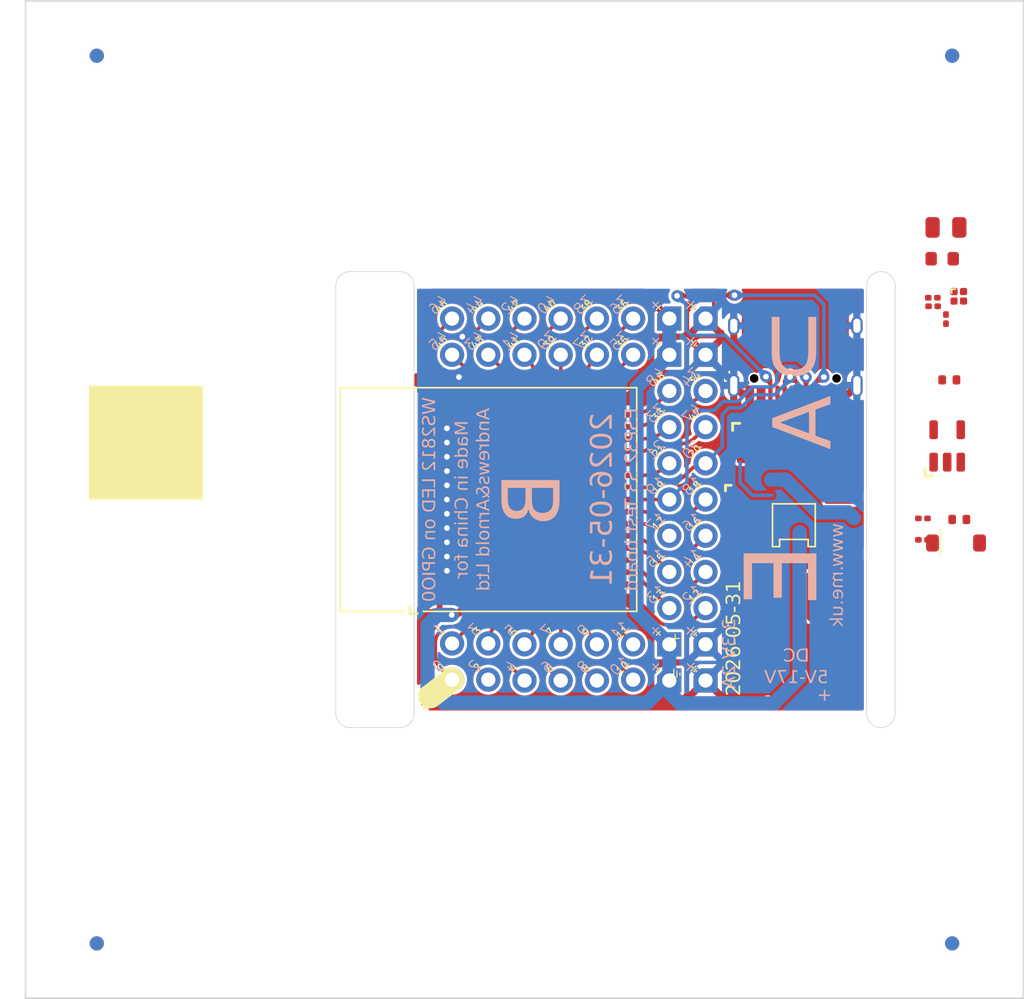
<source format=kicad_pcb>
(kicad_pcb (version 20241229) (generator "pcbnew") (generator_version "9.0")
  (title_block (title "GenericS3") (rev "1") (comment 1 "www.me.uk") (comment 2 "@TheRealRevK"))
  (layers (0 "F.Cu" signal) (2 "B.Cu" signal) (13 "F.Paste" user) (15 "B.Paste" user) (5 "F.SilkS" user "F.Silkscreen") (7 "B.SilkS" user "B.Silkscreen") (1 "F.Mask" user) (3 "B.Mask" user) (25 "Edge.Cuts" user))
  (net 0 "")
  (net 1 "Net-(J1-CC1)")
  (net 2 "GND")
  (net 4 "Net-(J1-CC2)")
  (net 5 "D-")
  (net 6 "D+")
  (net 7 "Net-(P36-P)")
  (net 8 "Net-(P37-P)")
  (net 10 "+3.3V")
  (net 11 "Net-(P5-P)")
  (net 12 "Net-(P6-P)")
  (net 13 "Net-(P7-P)")
  (net 14 "Net-(P8-P)")
  (net 15 "Net-(P9-P)")
  (net 16 "Net-(P10-P)")
  (net 17 "Net-(P11-P)")
  (net 18 "Net-(P12-P)")
  (net 19 "Net-(P13-P)")
  (net 20 "Net-(P14-P)")
  (net 21 "Net-(P15-P)")
  (net 22 "Net-(P17-P)")
  (net 23 "Net-(P18-P)")
  (net 24 "Net-(P21-P)")
  (net 25 "Net-(P1-P)")
  (net 26 "Net-(P2-P)")
  (net 27 "Net-(P34-P)")
  (net 28 "Net-(P35-P)")
  (net 29 "Net-(U1-EN)")
  (net 30 "Net-(P3-P)")
  (net 31 "VBAT")
  (net 32 "VSWITCHED")
  (net 33 "Net-(D1-I)")
  (net 35 "VBUS")
  (net 36 "PWR")
  (net 37 "ADC")
  (net 38 "BTN")
  (net 39 "CHARGING")
  (net 40 "Net-(P4-P)")
  (net 41 "Net-(P19-P)")
  (net 42 "Net-(R4-Pad2)")
  (net 43 "Net-(U2-PROG)")
  (net 47 "Net-(D2-K)")
  (net 48 "Net-(D4-K)")
  (net 49 "Net-(P20-P)")
  (net 50 "Net-(P22-P)")
  (net 51 "Net-(P23-P)")
  (net 52 "Net-(P24-P)")
  (net 53 "Net-(P26-P)")
  (net 54 "Net-(P27-P)")
  (net 55 "Net-(P28-P)")
  (net 56 "Net-(P29-P)")
  (footprint "RevK:USB-C-Socket-H" (layer "F.Cu") (at 119 91 180)
    (property "Reference" "J1" (hide yes))
    (property "Value" "USB-C-Socket-V")
  )
  (footprint "RevK:Round" (layer "F.Cu") (at 110.16 92.38)
    (property "Reference" "P14" (hide yes))
    (property "Value" "48" (hide yes))
  )
  (footprint "RevK:Round" (layer "F.Cu") (at 105.08 110.16)
    (property "Reference" "P24" (hide yes))
    (property "Value" "9" (hide yes))
  )
  (footprint "RevK:Square" (layer "F.Cu") (at 112.7 112.7)
    (property "Reference" "P40" (hide yes))
    (property "Value" "⏚" (hide yes))
  )
  (footprint "RevK:Round" (layer "F.Cu") (at 94.92 110.1)
    (property "Reference" "P30" (hide yes))
    (property "Value" "1" (hide yes))
  )
  (footprint "RevK:Round" (layer "F.Cu") (at 110.16 107.62)
    (property "Reference" "P29" (hide yes))
    (property "Value" "13" (hide yes))
  )
  (footprint "RevK:R_0201" (layer "F.Cu") (at 128.665 86.435)
    (property "Reference" "R6" (hide yes))
    (property "Value" "100K 1%")
  )
  (footprint "RevK:Round" (layer "F.Cu") (at 102.54 110.16)
    (property "Reference" "P22" (hide yes))
    (property "Value" "7" (hide yes))
  )
  (footprint "RevK:DFN1006-2L" (layer "F.Cu") (at 130.5 101.4)
    (property "Reference" "D3" (hide yes))
    (property "Value" "~")
  )
  (footprint "RevK:C_0603" (layer "F.Cu") (at 93.4 91.6 180)
    (property "Reference" "C3" (hide yes))
    (property "Value" "22uF")
  )
  (footprint "RevK:SOT-23" (layer "F.Cu") (at 119.8 96.2 180)
    (property "Reference" "Q1" (hide yes))
    (property "Value" "CJ2301")
  )
  (footprint "RevK:Round" (layer "F.Cu") (at 105.08 89.84)
    (property "Reference" "P5" (hide yes))
    (property "Value" "37" (hide yes))
  )
  (footprint "RevK:Round" (layer "F.Cu") (at 112.7 97.46)
    (property "Reference" "P25" (hide yes))
    (property "Value" "20" (hide yes))
  )
  (footprint "RevK:Round" (layer "F.Cu") (at 107.62 87.3)
    (property "Reference" "P4" (hide yes))
    (property "Value" "36" (hide yes))
  )
  (footprint "RevK:Square" (layer "F.Cu") (at 110.16 87.3)
    (property "Reference" "P43" (hide yes))
    (property "Value" "+" (hide yes))
  )
  (footprint "RevK:D_SOD-123" (layer "F.Cu") (at 130.27 103.05)
    (property "Reference" "D4" (hide yes))
    (property "Value" "MBR0530")
  )
  (footprint "RevK:Round" (layer "F.Cu") (at 107.62 110.16)
    (property "Reference" "P27" (hide yes))
    (property "Value" "11" (hide yes))
  )
  (footprint "RevK:Round" (layer "F.Cu") (at 107.62 112.64)
    (property "Reference" "P26" (hide yes))
    (property "Value" "10" (hide yes))
  )
  (footprint "RevK:Round" (layer "F.Cu") (at 102.54 87.3)
    (property "Reference" "P8" (hide yes))
    (property "Value" "40" (hide yes))
  )
  (footprint "RevK:JST_PH_S2B-PH-SM4-TB_1x02-1MP_P2.00mm_Horizontal" (layer "F.Cu") (at 119.3 109.6375)
    (property "Reference" "J2" (hide yes))
    (property "Value" "JST-PH-SM4-TB")
  )
  (footprint "RevK:Square" (layer "F.Cu") (at 110.16 89.84)
    (property "Reference" "P44" (hide yes))
    (property "Value" "+" (hide yes))
  )
  (footprint "RevK:Round" (layer "F.Cu") (at 105.08 112.7)
    (property "Reference" "P23" (hide yes))
    (property "Value" "8" (hide yes))
  )
  (footprint "RevK:Round" (layer "F.Cu") (at 97.46 87.3)
    (property "Reference" "P37" (hide yes))
    (property "Value" "44" (hide yes))
  )
  (footprint "RevK:Square" (layer "F.Cu") (at 110.16 110.16)
    (property "Reference" "P45" (hide yes))
    (property "Value" "+" (hide yes))
  )
  (footprint "RevK:Round" (layer "F.Cu") (at 100 112.7)
    (property "Reference" "P33" (hide yes))
    (property "Value" "4" (hide yes))
  )
  (footprint "RevK:Round" (layer "F.Cu") (at 102.54 112.7)
    (property "Reference" "P21" (hide yes))
    (property "Value" "6" (hide yes))
  )
  (footprint "RevK:Round" (layer "F.Cu") (at 100 87.3)
    (property "Reference" "P10" (hide yes))
    (property "Value" "42" (hide yes))
  )
  (footprint "RevK:R_0201" (layer "F.Cu") (at 127.95 102.825)
    (property "Reference" "R7" (hide yes))
    (property "Value" "5K1")
  )
  (footprint "RevK:Round" (layer "F.Cu") (at 110.16 100)
    (property "Reference" "P16" (hide yes))
    (property "Value" "19" (hide yes))
  )
  (footprint "RevK:Round" (layer "F.Cu") (at 97.46 112.64)
    (property "Reference" "P31" (hide yes))
    (property "Value" "2" (hide yes))
  )
  (footprint "RevK:Square" (layer "F.Cu") (at 110.16 112.7)
    (property "Reference" "P46" (hide yes))
    (property "Value" "+" (hide yes))
  )
  (footprint "RevK:Round" (layer "F.Cu") (at 110.16 105.08)
    (property "Reference" "P18" (hide yes))
    (property "Value" "15" (hide yes))
  )
  (footprint "RevK:ESP32-S3-MINI-1" (layer "F.Cu") (at 100 100 90)
    (property "Reference" "U1" (hide yes))
    (property "Value" "ESP32-S3-MINI-1" (hide yes))
  )
  (footprint "RevK:C_0805" (layer "F.Cu") (at 129.565 80.9)
    (property "Reference" "C4" (hide yes))
    (property "Value" "100uF")
  )
  (footprint "RevK:Round" (layer "F.Cu") (at 102.54 89.84)
    (property "Reference" "P7" (hide yes))
    (property "Value" "39" (hide yes))
  )
  (footprint "RevK:R_0201" (layer "F.Cu") (at 113.6 85.7 180)
    (property "Reference" "R2" (hide yes))
    (property "Value" "5k1")
  )
  (footprint "RevK:Round" (layer "F.Cu") (at 100 110.16)
    (property "Reference" "P34" (hide yes))
    (property "Value" "5" (hide yes))
  )
  (footprint "RevK:Round" (layer "F.Cu") (at 110.16 102.54)
    (property "Reference" "P20" (hide yes))
    (property "Value" "17" (hide yes))
  )
  (footprint "RevK:Round" (layer "F.Cu") (at 94.92 112.64)
    (property "Reference" "P38" (hide yes))
    (property "Value" "0" (hide yes))
  )
  (footprint "RevK:R_0201" (layer "F.Cu") (at 129.565 87.335 -90)
    (property "Reference" "R8" (hide yes))
    (property "Value" "10K")
  )
  (footprint "RevK:C_0201" (layer "F.Cu") (at 93.36 108.4 180)
    (property "Reference" "C1" (hide yes))
    (property "Value" "1uF")
  )
  (footprint "RevK:WCSP-4-0.78x0.78" (layer "F.Cu") (at 130.465 85.735 180)
    (property "Reference" "U3" (hide yes))
    (property "Value" "~")
  )
  (footprint "RevK:Round" (layer "F.Cu") (at 97.46 110.1)
    (property "Reference" "P32" (hide yes))
    (property "Value" "3" (hide yes))
  )
  (footprint "RevK:Round" (layer "F.Cu") (at 112.7 94.92)
    (property "Reference" "P13" (hide yes))
    (property "Value" "47" (hide yes))
  )
  (footprint "RevK:PCB7070" (layer "F.Cu") (at 100 100)
    (property "Reference" "PCB1" (hide yes))
    (property "Value" "70x70")
    (fp_line (start -35 -35) (end 35 -35) (stroke (width 0.12)) (layer "Edge.Cuts"))
    (fp_line (start -35 35) (end -35 -35) (stroke (width 0.12)) (layer "Edge.Cuts"))
    (fp_line (start 35 -35) (end 35 35) (stroke (width 0.12)) (layer "Edge.Cuts"))
    (fp_line (start 35 35) (end -35 35) (stroke (width 0.12)) (layer "Edge.Cuts"))
  )
  (footprint "RevK:Round" (layer "F.Cu") (at 105.08 87.3)
    (property "Reference" "P6" (hide yes))
    (property "Value" "38" (hide yes))
  )
  (footprint "RevK:Round" (layer "F.Cu") (at 107.62 89.84)
    (property "Reference" "P3" (hide yes))
    (property "Value" "35" (hide yes))
  )
  (footprint "RevK:Round" (layer "F.Cu") (at 100 89.84)
    (property "Reference" "P9" (hide yes))
    (property "Value" "41" (hide yes))
  )
  (footprint "RevK:Round" (layer "F.Cu") (at 112.7 102.54)
    (property "Reference" "P19" (hide yes))
    (property "Value" "16" (hide yes))
  )
  (footprint "RevK:Round" (layer "F.Cu") (at 94.92 87.3)
    (property "Reference" "P12" (hide yes))
    (property "Value" "46" (hide yes))
  )
  (footprint "RevK:C_0603" (layer "F.Cu") (at 129.3025 83.1)
    (property "Reference" "C2" (hide yes))
    (property "Value" "22uF")
  )
  (footprint "RevK:R_0201" (layer "F.Cu") (at 127.95 101.325)
    (property "Reference" "R4" (hide yes))
    (property "Value" "100K 1%")
  )
  (footprint "RevK:Round" (layer "F.Cu") (at 94.92 89.84)
    (property "Reference" "P11" (hide yes))
    (property "Value" "45" (hide yes))
  )
  (footprint "RevK:D_0402" (layer "F.Cu") (at 129.8 91.6)
    (property "Reference" "D2" (hide yes))
    (property "Value" "D")
  )
  (footprint "RevK:Round" (layer "F.Cu") (at 110.16 97.46)
    (property "Reference" "P35" (hide yes))
    (property "Value" "21" (hide yes))
  )
  (footprint "RevK:Square" (layer "F.Cu") (at 112.7 89.84)
    (property "Reference" "P42" (hide yes))
    (property "Value" "⏚" (hide yes))
  )
  (footprint "RevK:Round" (layer "F.Cu") (at 112.7 105.08)
    (property "Reference" "P17" (hide yes))
    (property "Value" "14" (hide yes))
  )
  (footprint "RevK:Round" (layer "F.Cu") (at 112.7 107.62)
    (property "Reference" "P28" (hide yes))
    (property "Value" "12" (hide yes))
  )
  (footprint "RevK:SW_Push_DPDT" (layer "F.Cu") (at 118.8975 101.8)
    (property "Reference" "SW1" (hide yes))
    (property "Value" "SW_Push_DPDT")
  )
  (footprint "RevK:R_0201" (layer "F.Cu") (at 92.9 90.14 -90)
    (property "Reference" "R1" (hide yes))
    (property "Value" "10K")
  )
  (footprint "RevK:R_0201" (layer "F.Cu") (at 128.645 85.835)
    (property "Reference" "R5" (hide yes))
    (property "Value" "100K 1%")
  )
  (footprint "RevK:Round" (layer "F.Cu") (at 112.7 100)
    (property "Reference" "P15" (hide yes))
    (property "Value" "18" (hide yes))
  )
  (footprint "RevK:SOT-23-5" (layer "F.Cu") (at 129.65 96.2375 90)
    (property "Reference" "U2" (hide yes))
    (property "Value" "TP4054")
  )
  (footprint "RevK:Square" (layer "F.Cu") (at 112.7 110.16)
    (property "Reference" "P39" (hide yes))
    (property "Value" "⏚" (hide yes))
  )
  (footprint "RevK:Round" (layer "F.Cu") (at 97.46 89.84)
    (property "Reference" "P36" (hide yes))
    (property "Value" "43" (hide yes))
  )
  (footprint "RevK:R_0201" (layer "F.Cu") (at 111.8 85.7)
    (property "Reference" "R3" (hide yes))
    (property "Value" "5k1")
  )
  (footprint "RevK:Square" (layer "F.Cu") (at 112.7 87.3)
    (property "Reference" "P41" (hide yes))
    (property "Value" "⏚" (hide yes))
  )
  (footprint "RevK:Round" (layer "F.Cu") (at 112.7 92.38)
    (property "Reference" "P2" (hide yes))
    (property "Value" "34" (hide yes))
  )
  (footprint "RevK:SOT-23-5" (layer "F.Cu") (at 116.7 96.2)
    (property "Reference" "U4" (hide yes))
    (property "Value" "ME6211C33M5G-N")
  )
  (footprint "RevK:Round" (layer "F.Cu") (at 110.16 94.92)
    (property "Reference" "P1" (hide yes))
    (property "Value" "33" (hide yes))
  )
  (footprint "RevK:SMD1010-Side2" (layer "F.Cu") (at 93.4 113.8 90)
    (property "Reference" "D1" (hide yes))
    (property "Value" "XL-1010RGBC-WS2812B" (hide yes))
  )
  (footprint "RevK:VCUT70" (layer "B.Cu") (at 100 115)
    (property "Reference" "V2" (hide yes))
    (property "Value" "70" (hide yes))
  )
  (footprint "RevK:VCUT70" (layer "B.Cu") (at 100 85 180)
    (property "Reference" "V1" (hide yes))
    (property "Value" "70" (hide yes))
  )
  (gr_rect (start 69.44 92) (end 77.44 100) (fill yes) (layer "F.SilkS"))
  (gr_line (start 94.920309 112.640951) (end 93.4 113.8) (stroke (width 1.7)) (layer "F.SilkS"))
  (gr_line (start 126 115) (end 126 85) (stroke (width 0.05)) (layer "Edge.Cuts"))
  (gr_arc (start 87.76 116) (mid 87.052893 115.707107) (end 86.76 115) (stroke (width 0.05)) (layer "Edge.Cuts"))
  (gr_arc (start 86.76 85) (mid 87.052893 84.292893) (end 87.76 84) (stroke (width 0.05)) (layer "Edge.Cuts"))
  (gr_arc (start 124 85) (mid 125 84) (end 126 85) (stroke (width 0.05)) (layer "Edge.Cuts"))
  (gr_line (start 86.76 115) (end 86.76 85) (stroke (width 0.05)) (layer "Edge.Cuts"))
  (gr_arc (start 126 115) (mid 125 116) (end 124 115) (stroke (width 0.05)) (layer "Edge.Cuts"))
  (gr_line (start 124 115) (end 124 85) (stroke (width 0.05)) (layer "Edge.Cuts"))
  (gr_arc (start 92.26 115) (mid 91.967107 115.707107) (end 91.26 116) (stroke (width 0.05)) (layer "Edge.Cuts"))
  (gr_line (start 92.26 115) (end 92.26 85) (stroke (width 0.05)) (layer "Edge.Cuts"))
  (gr_line (start 87.76 84) (end 91.26 84) (stroke (width 0.05)) (layer "Edge.Cuts"))
  (gr_arc (start 91.26 84) (mid 91.967107 84.292893) (end 92.26 85) (stroke (width 0.05)) (layer "Edge.Cuts"))
  (gr_line (start 91.26 116) (end 87.76 116) (stroke (width 0.05)) (layer "Edge.Cuts"))
  (gr_text "⏚" (at 110.56 112.25 90) (layer "F.SilkS") (effects (font (size 0.75 0.75) (thickness 0.08))))
  (gr_text "${CURRENT_DATE}" (at 115.3 113.8 90) (layer "F.SilkS") (effects (font (size 1 1)) (justify left bottom)))
  (gr_text "+" (at 110.51 109.75 90) (layer "F.SilkS") (effects (font (size 0.75 0.75) (thickness 0.08))))
  (gr_text "2" (at 96.5 111.68 45) (layer "B.SilkS") (effects (font (size 0.75 0.75) (thickness 0.08)) (justify mirror)))
  (gr_text "DC\n5V-17V" (at 119.06 111.75 0) (layer "B.SilkS") (effects (font (size 0.9 0.9)) (justify mirror)))
  (gr_text "Made in China for\nAndrews&Arnold Ltd" (at 96.4 100 90) (layer "B.SilkS") (effects (font (size 0.9 0.9)) (justify mirror)))
  (gr_text "14" (at 111.74 104.12 45) (layer "B.SilkS") (effects (font (size 0.75 0.75) (thickness 0.08)) (justify mirror)))
  (gr_text "+" (at 109.16 111.7 45) (layer "B.SilkS") (effects (font (size 0.75 0.75) (thickness 0.08)) (justify mirror)))
  (gr_text "WS2812 LED on GPIO0" (at 93.36 100 90) (layer "B.SilkS") (effects (font (size 0.9 0.9)) (justify mirror)))
  (gr_text "33" (at 109.2 93.96 45) (layer "B.SilkS") (effects (font (size 0.75 0.75) (thickness 0.08)) (justify mirror)))
  (gr_text "6" (at 101.58 111.74 45) (layer "B.SilkS") (effects (font (size 0.75 0.75) (thickness 0.08)) (justify mirror)))
  (gr_text "+" (at 109.16 86.3 45) (layer "B.SilkS") (effects (font (size 0.75 0.75) (thickness 0.08)) (justify mirror)))
  (gr_text "9" (at 104.12 109.2 45) (layer "B.SilkS") (effects (font (size 0.75 0.75) (thickness 0.08)) (justify mirror)))
  (gr_text "35" (at 106.66 88.88 45) (layer "B.SilkS") (effects (font (size 0.75 0.75) (thickness 0.08)) (justify mirror)))
  (gr_text "16" (at 111.74 101.58 45) (layer "B.SilkS") (effects (font (size 0.75 0.75) (thickness 0.08)) (justify mirror)))
  (gr_text "10" (at 106.66 111.68 45) (layer "B.SilkS") (effects (font (size 0.75 0.75) (thickness 0.08)) (justify mirror)))
  (gr_text "⏚" (at 111.7 109.26 45) (layer "B.SilkS") (effects (font (size 0.75 0.75) (thickness 0.08)) (justify mirror)))
  (gr_text "42" (at 99.04 86.34 45) (layer "B.SilkS") (effects (font (size 0.75 0.75) (thickness 0.08)) (justify mirror)))
  (gr_text "+" (at 121.05 113.75 0) (layer "B.SilkS") (effects (font (size 0.9 0.9)) (justify mirror)))
  (gr_text "40" (at 101.58 86.34 45) (layer "B.SilkS") (effects (font (size 0.75 0.75) (thickness 0.08)) (justify mirror)))
  (gr_text "45" (at 93.96 88.88 45) (layer "B.SilkS") (effects (font (size 0.75 0.75) (thickness 0.08)) (justify mirror)))
  (gr_text "-" (at 117.05 113.75 0) (layer "B.SilkS") (effects (font (size 0.9 0.9)) (justify mirror)))
  (gr_text "www.me.uk" (at 121.96 105.3 90) (layer "B.SilkS") (effects (font (size 0.9 0.9)) (justify mirror)))
  (gr_text "15" (at 109.2 104.12 45) (layer "B.SilkS") (effects (font (size 0.75 0.75) (thickness 0.08)) (justify mirror)))
  (gr_text "13" (at 109.2 106.66 45) (layer "B.SilkS") (effects (font (size 0.75 0.75) (thickness 0.08)) (justify mirror)))
  (gr_text "39" (at 101.58 88.88 45) (layer "B.SilkS") (effects (font (size 0.75 0.75) (thickness 0.08)) (justify mirror)))
  (gr_text "7" (at 101.58 109.2 45) (layer "B.SilkS") (effects (font (size 0.75 0.75) (thickness 0.08)) (justify mirror)))
  (gr_text "B" (at 100.8 100 90) (layer "B.SilkS") (effects (font (size 4 4)) (justify mirror)))
  (gr_text "A" (at 119.8 94.6 90) (layer "B.SilkS") (effects (font (size 4 4)) (justify mirror)))
  (gr_text "3" (at 96.5 109.14 45) (layer "B.SilkS") (effects (font (size 0.75 0.75) (thickness 0.08)) (justify mirror)))
  (gr_text "ESP32 S3 Test board" (at 107.56 100 90) (layer "B.SilkS") (effects (font (size 0.9 0.9)) (justify mirror)))
  (gr_text "20" (at 111.74 96.5 45) (layer "B.SilkS") (effects (font (size 0.75 0.75) (thickness 0.08)) (justify mirror)))
  (gr_text "38" (at 104.12 86.34 45) (layer "B.SilkS") (effects (font (size 0.75 0.75) (thickness 0.08)) (justify mirror)))
  (gr_text "41" (at 99.04 88.88 45) (layer "B.SilkS") (effects (font (size 0.75 0.75) (thickness 0.08)) (justify mirror)))
  (gr_text "19" (at 109.2 99.04 45) (layer "B.SilkS") (effects (font (size 0.75 0.75) (thickness 0.08)) (justify mirror)))
  (gr_text "11" (at 106.66 109.2 45) (layer "B.SilkS") (effects (font (size 0.75 0.75) (thickness 0.08)) (justify mirror)))
  (gr_text "43" (at 96.5 88.88 45) (layer "B.SilkS") (effects (font (size 0.75 0.75) (thickness 0.08)) (justify mirror)))
  (gr_text "8" (at 104.12 111.74 45) (layer "B.SilkS") (effects (font (size 0.75 0.75) (thickness 0.08)) (justify mirror)))
  (gr_text "0" (at 93.96 111.68 45) (layer "B.SilkS") (effects (font (size 0.75 0.75) (thickness 0.08)) (justify mirror)))
  (gr_text "48" (at 109.2 91.42 45) (layer "B.SilkS") (effects (font (size 0.75 0.75) (thickness 0.08)) (justify mirror)))
  (gr_text "⏚" (at 111.7 86.4 45) (layer "B.SilkS") (effects (font (size 0.75 0.75) (thickness 0.08)) (justify mirror)))
  (gr_text "37" (at 104.12 88.88 45) (layer "B.SilkS") (effects (font (size 0.75 0.75) (thickness 0.08)) (justify mirror)))
  (gr_text "18" (at 111.74 99.04 45) (layer "B.SilkS") (effects (font (size 0.75 0.75) (thickness 0.08)) (justify mirror)))
  (gr_text "36" (at 106.66 86.34 45) (layer "B.SilkS") (effects (font (size 0.75 0.75) (thickness 0.08)) (justify mirror)))
  (gr_text "44" (at 96.5 86.34 45) (layer "B.SilkS") (effects (font (size 0.75 0.75) (thickness 0.08)) (justify mirror)))
  (gr_text "21" (at 109.2 96.5 45) (layer "B.SilkS") (effects (font (size 0.75 0.75) (thickness 0.08)) (justify mirror)))
  (gr_text "⏚" (at 111.7 111.8 45) (layer "B.SilkS") (effects (font (size 0.75 0.75) (thickness 0.08)) (justify mirror)))
  (gr_text "47" (at 111.74 93.96 45) (layer "B.SilkS") (effects (font (size 0.75 0.75) (thickness 0.08)) (justify mirror)))
  (gr_text "3.3V 2A" (at 114.4 110.8 90) (layer "B.SilkS") (effects (font (size 0.9 0.9)) (justify mirror)))
  (gr_text "5" (at 99.04 109.2 45) (layer "B.SilkS") (effects (font (size 0.75 0.75) (thickness 0.08)) (justify mirror)))
  (gr_text "12" (at 111.74 106.66 45) (layer "B.SilkS") (effects (font (size 0.75 0.75) (thickness 0.08)) (justify mirror)))
  (gr_text "+" (at 109.16 88.84 45) (layer "B.SilkS") (effects (font (size 0.75 0.75) (thickness 0.08)) (justify mirror)))
  (gr_text "+" (at 109.16 109.16 45) (layer "B.SilkS") (effects (font (size 0.75 0.75) (thickness 0.08)) (justify mirror)))
  (gr_text "U" (at 118.9 89.6 0) (layer "B.SilkS") (effects (font (size 4 4)) (justify mirror)))
  (gr_text "46" (at 93.96 86.34 45) (layer "B.SilkS") (effects (font (size 0.75 0.75) (thickness 0.08)) (justify mirror)))
  (gr_text "1" (at 93.96 109.14 45) (layer "B.SilkS") (effects (font (size 0.75 0.75) (thickness 0.08)) (justify mirror)))
  (gr_text "E" (at 118.4 105.3 90) (layer "B.SilkS") (effects (font (size 5 5)) (justify mirror)))
  (gr_text "4" (at 99.04 111.74 45) (layer "B.SilkS") (effects (font (size 0.75 0.75) (thickness 0.08)) (justify mirror)))
  (gr_text "17" (at 109.2 101.58 45) (layer "B.SilkS") (effects (font (size 0.75 0.75) (thickness 0.08)) (justify mirror)))
  (gr_text "${CURRENT_DATE}" (at 105.5 100 90) (layer "B.SilkS") (effects (font (size 1.5 1.5)) (justify mirror)))
  (gr_text "⏚" (at 111.7 88.94 45) (layer "B.SilkS") (effects (font (size 0.75 0.75) (thickness 0.08)) (justify mirror)))
  (gr_text "34" (at 111.65 91.43 45) (layer "B.SilkS") (effects (font (size 0.75 0.75) (thickness 0.08)) (justify mirror)))
  (segment (start 92.9 90.46) (end 93.72 91.28) (width 0.25) (layer "F.Cu") (net 0))
  (segment (start 94.05 93) (end 94.05 91.93) (width 0.25) (layer "F.Cu") (net 0))
  (segment (start 93.72 91.28) (end 93.72 91.6) (width 0.25) (layer "F.Cu") (net 0))
  (segment (start 94.05 91.93) (end 93.72 91.6) (width 0.25) (layer "F.Cu") (net 0))
  (segment (start 120.25 92.57) (end 120.25 91.930822) (width 0.25) (layer "F.Cu") (net 1))
  (segment (start 120.25 91.930822) (end 120.780822 91.4) (width 0.25) (layer "F.Cu") (net 1))
  (segment (start 114.73048 85.659833) (end 113.960167 85.659833) (width 0.25) (layer "F.Cu") (net 1))
  (segment (start 120.780822 91.4) (end 121 91.4) (width 0.25) (layer "F.Cu") (net 1))
  (via (at 114.73048 85.659833) (size 0.8) (drill 0.4) (layers "F.Cu" "B.Cu") (net 1))
  (via (at 121 91.4) (size 0.8) (drill 0.4) (layers "F.Cu" "B.Cu") (net 1))
  (segment (start 120.359833 85.659833) (end 114.73048 85.659833) (width 0.25) (layer "B.Cu") (net 1))
  (segment (start 121 91.4) (end 121 86.3) (width 0.25) (layer "B.Cu") (net 1))
  (segment (start 121 86.3) (end 120.359833 85.659833) (width 0.25) (layer "B.Cu") (net 1))
  (segment (start 113.28 85.7) (end 113.28 86.72) (width 0.25) (layer "F.Cu") (net 2))
  (segment (start 115.26 92.57) (end 114.68 91.99) (width 0.5) (layer "F.Cu") (net 2))
  (segment (start 122.2 92.57) (end 122.74 92.57) (width 0.5) (layer "F.Cu") (net 2))
  (segment (start 122.74 92.57) (end 123.32 91.99) (width 0.5) (layer "F.Cu") (net 2))
  (segment (start 115.8 92.57) (end 115.26 92.57) (width 0.5) (layer "F.Cu") (net 2))
  (via (at 94.56 96) (size 0.8) (drill 0.4) (layers "F.Cu" "B.Cu") (net 2))
  (via (at 94.56 100) (size 0.8) (drill 0.4) (layers "F.Cu" "B.Cu") (net 2))
  (via (at 94.56 103) (size 0.8) (drill 0.4) (layers "F.Cu" "B.Cu") (net 2))
  (via (at 94.56 104) (size 0.8) (drill 0.4) (layers "F.Cu" "B.Cu") (net 2))
  (via (at 94.56 95) (size 0.8) (drill 0.4) (layers "F.Cu" "B.Cu") (net 2))
  (via (at 94.56 99) (size 0.8) (drill 0.4) (layers "F.Cu" "B.Cu") (net 2))
  (via (at 94.56 98) (size 0.8) (drill 0.4) (layers "F.Cu" "B.Cu") (net 2))
  (via (at 94.56 102) (size 0.8) (drill 0.4) (layers "F.Cu" "B.Cu") (net 2))
  (via (at 94.56 105) (size 0.8) (drill 0.4) (layers "F.Cu" "B.Cu") (net 2))
  (via (at 95.4 91.4) (size 0.8) (drill 0.4) (layers "F.Cu" "B.Cu") (net 2))
  (via (at 94.56 97) (size 0.8) (drill 0.4) (layers "F.Cu" "B.Cu") (net 2))
  (via (at 94.56 101) (size 0.8) (drill 0.4) (layers "F.Cu" "B.Cu") (net 2))
  (via (at 95.64 88.57) (size 0.8) (drill 0.4) (layers "F.Cu" "B.Cu") (net 2))
  (segment (start 115.7 94.5) (end 116.5 93.7) (width 0.25) (layer "B.Cu") (net 2))
  (segment (start 114.68 91.82) (end 112.7 89.84) (width 0.5) (layer "B.Cu") (net 2))
  (segment (start 116.5 93.7) (end 118 93.7) (width 0.25) (layer "B.Cu") (net 2))
  (segment (start 119.2 94.9) (end 118 93.7) (width 0.25) (layer "B.Cu") (net 2))
  (segment (start 123 94.9) (end 119.2 94.9) (width 0.25) (layer "B.Cu") (net 2))
  (segment (start 115.7 94.6) (end 115.7 94.5) (width 0.25) (layer "B.Cu") (net 2))
  (segment (start 116.983051 91.406523) (end 116.982397 91.406523) (width 0.25) (layer "F.Cu") (net 4))
  (segment (start 117.25 91.65) (end 117.012653 91.412653) (width 0.25) (layer "F.Cu") (net 4))
  (segment (start 116.984779 91.407213) (end 116.983741 91.407213) (width 0.25) (layer "F.Cu") (net 4))
  (segment (start 116.946201 91.401554) (end 116.942067 91.401554) (width 0.25) (layer "F.Cu") (net 4))
  (segment (start 116.946856 91.402209) (end 116.946201 91.401554) (width 0.25) (layer "F.Cu") (net 4))
  (segment (start 116.98922 91.41002) (end 116.987507 91.408307) (width 0.25) (layer "F.Cu") (net 4))
  (segment (start 117.012653 91.412653) (end 116.994386 91.412653) (width 0.25) (layer "F.Cu") (net 4))
  (segment (start 116.985873 91.408307) (end 116.984779 91.407213) (width 0.25) (layer "F.Cu") (net 4))
  (segment (start 116.994386 91.412653) (end 116.991753 91.41002) (width 0.25) (layer "F.Cu") (net 4))
  (segment (start 110.7 85.7) (end 111.48 85.7) (width 0.25) (layer "F.Cu") (net 4))
  (segment (start 116.981555 91.40609) (end 116.977674 91.402209) (width 0.25) (layer "F.Cu") (net 4))
  (segment (start 116.940724 91.401199) (end 116.940724 91.375) (width 0.25) (layer "F.Cu") (net 4))
  (segment (start 116.987507 91.408307) (end 116.985873 91.408307) (width 0.25) (layer "F.Cu") (net 4))
  (segment (start 116.977674 91.402209) (end 116.946856 91.402209) (width 0.25) (layer "F.Cu") (net 4))
  (segment (start 116.982397 91.406523) (end 116.981964 91.40609) (width 0.25) (layer "F.Cu") (net 4))
  (segment (start 116.94094 91.401415) (end 116.940724 91.401199) (width 0.25) (layer "F.Cu") (net 4))
  (segment (start 116.991753 91.41002) (end 116.98922 91.41002) (width 0.25) (layer "F.Cu") (net 4))
  (segment (start 116.983741 91.407213) (end 116.983051 91.406523) (width 0.25) (layer "F.Cu") (net 4))
  (segment (start 116.981964 91.40609) (end 116.981555 91.40609) (width 0.25) (layer "F.Cu") (net 4))
  (segment (start 116.942067 91.401554) (end 116.941928 91.401415) (width 0.25) (layer "F.Cu") (net 4))
  (segment (start 117.25 92.57) (end 117.25 91.65) (width 0.25) (layer "F.Cu") (net 4))
  (segment (start 116.941928 91.401415) (end 116.94094 91.401415) (width 0.25) (layer "F.Cu") (net 4))
  (via (at 110.7 85.7) (size 0.8) (drill 0.4) (layers "F.Cu" "B.Cu") (net 4))
  (via (at 116.940724 91.375) (size 0.8) (drill 0.4) (layers "F.Cu" "B.Cu") (net 4))
  (segment (start 111.336 88.097034) (end 111.714966 88.476) (width 0.25) (layer "B.Cu") (net 4))
  (segment (start 110.721034 85.7) (end 111.336 86.314966) (width 0.25) (layer "B.Cu") (net 4))
  (segment (start 114.076 88.476) (end 116.940724 91.340724) (width 0.25) (layer "B.Cu") (net 4))
  (segment (start 111.714966 88.476) (end 114.076 88.476) (width 0.25) (layer "B.Cu") (net 4))
  (segment (start 111.336 86.314966) (end 111.336 88.097034) (width 0.25) (layer "B.Cu") (net 4))
  (segment (start 116.940724 91.340724) (end 116.940724 91.375) (width 0.25) (layer "B.Cu") (net 4))
  (segment (start 110.7 85.7) (end 110.721034 85.7) (width 0.25) (layer "B.Cu") (net 4))
  (segment (start 118.75 93.209178) (end 119.006822 93.466) (width 0.25) (layer "F.Cu") (net 5))
  (segment (start 107 100) (end 110.16 100) (width 0.25) (layer "F.Cu") (net 5))
  (segment (start 119.493178 93.466) (end 119.75 93.209178) (width 0.25) (layer "F.Cu") (net 5))
  (segment (start 118.75 92.57) (end 118.75 93.209178) (width 0.25) (layer "F.Cu") (net 5))
  (segment (start 119.006822 93.466) (end 119.493178 93.466) (width 0.25) (layer "F.Cu") (net 5))
  (segment (start 119.75 93.209178) (end 119.75 92.57) (width 0.25) (layer "F.Cu") (net 5))
  (segment (start 119.75 92.57) (end 119.75 91.405516) (width 0.25) (layer "F.Cu") (net 5))
  (via (at 119.75 91.405516) (size 0.8) (drill 0.4) (layers "F.Cu" "B.Cu") (net 5))
  (segment (start 113.3 93.744) (end 112.156 93.744) (width 0.25) (layer "B.Cu") (net 5))
  (segment (start 117.4 92.1) (end 116 92.1) (width 0.25) (layer "B.Cu") (net 5))
  (segment (start 111.4 94.5) (end 111.4 98.76) (width 0.25) (layer "B.Cu") (net 5))
  (segment (start 118.3 90.65) (end 117.7 91.25) (width 0.25) (layer "B.Cu") (net 5))
  (segment (start 115.331802 92.768198) (end 115.328521 92.768198) (width 0.25) (layer "B.Cu") (net 5))
  (segment (start 115.328521 92.768198) (end 114.980719 93.116) (width 0.25) (layer "B.Cu") (net 5))
  (segment (start 113.928 93.116) (end 113.3 93.744) (width 0.25) (layer "B.Cu") (net 5))
  (segment (start 111.4 98.76) (end 110.16 100) (width 0.25) (layer "B.Cu") (net 5))
  (segment (start 114.980719 93.116) (end 113.928 93.116) (width 0.25) (layer "B.Cu") (net 5))
  (segment (start 117.7 91.25) (end 117.7 91.8) (width 0.25) (layer "B.Cu") (net 5))
  (segment (start 119.75 91.405516) (end 118.994484 90.65) (width 0.25) (layer "B.Cu") (net 5))
  (segment (start 116 92.1) (end 115.331802 92.768198) (width 0.25) (layer "B.Cu") (net 5))
  (segment (start 118.994484 90.65) (end 118.3 90.65) (width 0.25) (layer "B.Cu") (net 5))
  (segment (start 112.156 93.744) (end 111.4 94.5) (width 0.25) (layer "B.Cu") (net 5))
  (segment (start 117.7 91.8) (end 117.4 92.1) (width 0.25) (layer "B.Cu") (net 5))
  (segment (start 111.192739 98.372911) (end 111.68538 97.88027) (width 0.25) (layer "F.Cu") (net 6))
  (segment (start 118.506822 91.674) (end 118.993178 91.674) (width 0.25) (layer "F.Cu") (net 6))
  (segment (start 118.25 92.57) (end 118.25 91.930822) (width 0.25) (layer "F.Cu") (net 6))
  (segment (start 118.422268 91.447563) (end 118.423634 91.447563) (width 0.25) (layer "F.Cu") (net 6))
  (segment (start 118.417564 91.450183) (end 118.419648 91.450183) (width 0.25) (layer "F.Cu") (net 6))
  (segment (start 118.416659 91.451088) (end 118.417564 91.450183) (width 0.25) (layer "F.Cu") (net 6))
  (segment (start 118.624397 91.401559) (end 118.625 91.401559) (width 0.25) (layer "F.Cu") (net 6))
  (segment (start 118.423634 91.447563) (end 118.424612 91.446585) (width 0.25) (layer "F.Cu") (net 6))
  (segment (start 109.220087 99.000087) (end 109.370087 98.850087) (width 0.25) (layer "F.Cu") (net 6))
  (segment (start 118.579371 91.446585) (end 118.624397 91.401559) (width 0.25) (layer "F.Cu") (net 6))
  (segment (start 118.390379 91.548614) (end 118.390379 91.496001) (width 0.25) (layer "F.Cu") (net 6))
  (segment (start 109.889352 98.635) (end 110.56 98.635) (width 0.25) (layer "F.Cu") (net 6))
  (segment (start 118.993178 91.674) (end 119.25 91.930822) (width 0.25) (layer "F.Cu") (net 6))
  (segment (start 107 99.15) (end 108.858166 99.15) (width 0.25) (layer "F.Cu") (net 6))
  (segment (start 118.25 91.930822) (end 118.506822 91.674) (width 0.25) (layer "F.Cu") (net 6))
  (segment (start 118.419648 91.450183) (end 118.422268 91.447563) (width 0.25) (layer "F.Cu") (net 6))
  (segment (start 118.25 91.688993) (end 118.390379 91.548614) (width 0.25) (layer "F.Cu") (net 6))
  (segment (start 118.424612 91.446585) (end 118.579371 91.446585) (width 0.25) (layer "F.Cu") (net 6))
  (segment (start 118.416659 91.469721) (end 118.416659 91.451088) (width 0.25) (layer "F.Cu") (net 6))
  (segment (start 119.25 91.930822) (end 119.25 92.57) (width 0.25) (layer "F.Cu") (net 6))
  (segment (start 118.390379 91.496001) (end 118.416659 91.469721) (width 0.25) (layer "F.Cu") (net 6))
  (segment (start 118.25 92.57) (end 118.25 91.688993) (width 0.25) (layer "F.Cu") (net 6))
  (via (at 118.625 91.401559) (size 0.8) (drill 0.4) (layers "F.Cu" "B.Cu") (net 6))
  (arc (start 109.370087 98.850087) (mid 109.608327 98.6909) (end 109.889352 98.635) (width 0.25) (layer "F.Cu") (net 6))
  (arc (start 108.858166 99.15) (mid 109.054036 99.111039) (end 109.220087 99.000087) (width 0.25) (layer "F.Cu") (net 6))
  (arc (start 110.56 98.635) (mid 110.902436 98.566885) (end 111.192739 98.372911) (width 0.25) (layer "F.Cu") (net 6))
  (arc (start 111.68538 97.88027) (mid 112.150891 97.569225) (end 112.7 97.46) (width 0.25) (layer "F.Cu") (net 6))
  (segment (start 113.875 94.025) (end 113.875 96.285) (width 0.25) (layer "B.Cu") (net 6))
  (segment (start 116.086396 92.65) (end 115.168396 93.568) (width 0.25) (layer "B.Cu") (net 6))
  (segment (start 115.168396 93.568) (end 114.332 93.568) (width 0.25) (layer "B.Cu") (net 6))
  (segment (start 117.55 92.65) (end 116.086396 92.65) (width 0.25) (layer "B.Cu") (net 6))
  (segment (start 113.875 96.285) (end 112.7 97.46) (width 0.25) (layer "B.Cu") (net 6))
  (segment (start 118.625 91.575) (end 117.55 92.65) (width 0.25) (layer "B.Cu") (net 6))
  (segment (start 118.625 91.401559) (end 118.625 91.575) (width 0.25) (layer "B.Cu") (net 6))
  (segment (start 114.332 93.568) (end 113.875 94.025) (width 0.25) (layer "B.Cu") (net 6))
  (segment (start 98.110553 90.490553) (end 97.46 89.84) (width 0.25) (layer "F.Cu") (net 7))
  (arc (start 99.15 93) (mid 98.879857 91.641897) (end 98.110553 90.490553) (width 0.25) (layer "F.Cu") (net 7))
  (segment (start 96.285 89.910713) (end 96.285 89.34) (width 0.25) (layer "F.Cu") (net 8))
  (segment (start 96.896648 87.863352) (end 97.46 87.3) (width 0.25) (layer "F.Cu") (net 8))
  (segment (start 97.834513 91.876215) (end 96.579149 90.620851) (width 0.25) (layer "F.Cu") (net 8))
  (arc (start 96.285 89.34) (mid 96.443962 88.540843) (end 96.896648 87.863352) (width 0.25) (layer "F.Cu") (net 8))
  (arc (start 96.579149 90.620851) (mid 96.361446 90.295037) (end 96.285 89.910713) (width 0.25) (layer "F.Cu") (net 8))
  (arc (start 98.3 93) (mid 98.179024 92.391812) (end 97.834513 91.876215) (width 0.25) (layer "F.Cu") (net 8))
  (segment (start 93.56 85.45) (end 108.31 85.45) (width 0.5) (layer "F.Cu") (net 10))
  (segment (start 94.6 108.4) (end 94.9 108.1) (width 0.25) (layer "F.Cu") (net 10))
  (segment (start 95.75 107) (end 95.75 107.25) (width 0.5) (layer "F.Cu") (net 10))
  (segment (start 93.68 109.03766) (end 93.2 109.51766) (width 0.25) (layer "F.Cu") (net 10))
  (segment (start 93.68 108.4) (end 93.68 109.03766) (width 0.25) (layer "F.Cu") (net 10))
  (segment (start 92.71 89.63) (end 92.879 89.799) (width 0.5) (layer "F.Cu") (net 10))
  (segment (start 93.86 108.4) (end 94.6 108.4) (width 0.25) (layer "F.Cu") (net 10))
  (segment (start 92.879 89.799) (end 92.9 89.799) (width 0.5) (layer "F.Cu") (net 10))
  (segment (start 93.2 109.51766) (end 93.2 113.15) (width 0.25) (layer "F.Cu") (net 10))
  (segment (start 93.2 113.15) (end 92.975 113.375) (width 0.25) (layer "F.Cu") (net 10))
  (segment (start 110.16 87.3) (end 108.31 85.45) (width 0.5) (layer "F.Cu") (net 10))
  (segment (start 92.71 86.3) (end 92.71 89.63) (width 0.5) (layer "F.Cu") (net 10))
  (via (at 94.9 108.1) (size 0.8) (drill 0.4) (layers "F.Cu" "B.Cu") (net 10))
  (arc (start 95.75 107.25) (mid 95.501041 107.851041) (end 94.9 108.1) (width 0.5) (layer "F.Cu") (net 10))
  (arc (start 93.56 85.45) (mid 92.958959 85.698959) (end 92.71 86.3) (width 0.5) (layer "F.Cu") (net 10))
  (segment (start 110.16 110.16) (end 107.86 107.86) (width 1) (layer "B.Cu") (net 10))
  (segment (start 110.909 114.299) (end 117.501 114.299) (width 1) (layer "B.Cu") (net 10))
  (segment (start 93.2 108.8) (end 93.2 113.113446) (width 1) (layer "B.Cu") (net 10))
  (segment (start 107.86 92.14) (end 110.16 89.84) (width 1) (layer "B.Cu") (net 10))
  (segment (start 119.3 112.5) (end 119.3 102.3) (width 1) (layer "B.Cu") (net 10))
  (segment (start 117.501 114.299) (end 119.3 112.5) (width 1) (layer "B.Cu") (net 10))
  (segment (start 93.9 108.1) (end 93.2 108.8) (width 1) (layer "B.Cu") (net 10))
  (segment (start 110.16 112.7) (end 110.16 113.55) (width 1) (layer "B.Cu") (net 10))
  (segment (start 110.16 113.55) (end 110.909 114.299) (width 1) (layer "B.Cu") (net 10))
  (segment (start 94.9 108.1) (end 93.9 108.1) (width 1) (layer "B.Cu") (net 10))
  (segment (start 94.337554 114.251) (end 108.609 114.251) (width 1) (layer "B.Cu") (net 10))
  (segment (start 93.2 113.113446) (end 94.337554 114.251) (width 1) (layer "B.Cu") (net 10))
  (segment (start 110.16 89.84) (end 110.16 87.3) (width 1) (layer "B.Cu") (net 10))
  (segment (start 108.609 114.251) (end 110.16 112.7) (width 1) (layer "B.Cu") (net 10))
  (segment (start 110.16 112.7) (end 110.16 110.16) (width 1) (layer "B.Cu") (net 10))
  (segment (start 107.86 107.86) (end 107.86 92.14) (width 1) (layer "B.Cu") (net 10))
  (segment (start 104.25 93) (end 104.25 91.843797) (width 0.25) (layer "F.Cu") (net 11))
  (arc (start 104.25 91.843797) (mid 104.46571 90.75935) (end 105.08 89.84) (width 0.25) (layer "F.Cu") (net 11))
  (segment (start 103.4 93) (end 103.4 91.080392) (width 0.25) (layer "F.Cu") (net 12))
  (segment (start 104.304515 88.075484) (end 105.08 87.3) (width 0.25) (layer "F.Cu") (net 12))
  (segment (start 103.905 89.861216) (end 103.905 89.04) (width 0.25) (layer "F.Cu") (net 12))
  (arc (start 103.4 91.080392) (mid 103.445702 90.850632) (end 103.575851 90.655851) (width 0.25) (layer "F.Cu") (net 12))
  (arc (start 103.575851 90.655851) (mid 103.819457 90.29127) (end 103.905 89.861216) (width 0.25) (layer "F.Cu") (net 12))
  (arc (start 103.905 89.04) (mid 104.008831 88.518008) (end 104.304515 88.075484) (width 0.25) (layer "F.Cu") (net 12))
  (segment (start 102.55 93) (end 102.55 89.864142) (width 0.25) (layer "F.Cu") (net 13))
  (segment (start 101.365 89.14) (end 101.365 90.153607) (width 0.25) (layer "F.Cu") (net 14))
  (segment (start 102.54 87.3) (end 101.835226 88.004774) (width 0.25) (layer "F.Cu") (net 14))
  (segment (start 101.7 90.962367) (end 101.7 93) (width 0.25) (layer "F.Cu") (net 14))
  (arc (start 101.835226 88.004774) (mid 101.487208 88.52562) (end 101.365 89.14) (width 0.25) (layer "F.Cu") (net 14))
  (arc (start 101.365 90.153607) (mid 101.401644 90.337828) (end 101.505997 90.494003) (width 0.25) (layer "F.Cu") (net 14))
  (arc (start 101.505997 90.494003) (mid 101.64958 90.70889) (end 101.7 90.962367) (width 0.25) (layer "F.Cu") (net 14))
  (segment (start 100.85 93) (end 100.85 91.892081) (width 0.25) (layer "F.Cu") (net 15))
  (arc (start 100.85 91.892081) (mid 100.629093 90.781503) (end 100 89.84) (width 0.25) (layer "F.Cu") (net 15))
  (segment (start 99.14915 90.65085) (end 99.39915 90.90085) (width 0.25) (layer "F.Cu") (net 16))
  (segment (start 100 93) (end 100 92.35143) (width 0.25) (layer "F.Cu") (net 16))
  (segment (start 99.224515 88.075484) (end 100 87.3) (width 0.25) (layer "F.Cu") (net 16))
  (segment (start 98.825 89.04) (end 98.825 89.868283) (width 0.25) (layer "F.Cu") (net 16))
  (arc (start 98.825 89.04) (mid 98.928831 88.518008) (end 99.224515 88.075484) (width 0.25) (layer "F.Cu") (net 16))
  (arc (start 98.825 89.868283) (mid 98.909243 90.291805) (end 99.14915 90.65085) (width 0.25) (layer "F.Cu") (net 16))
  (arc (start 100 92.35143) (mid 99.843844 91.566382) (end 99.39915 90.90085) (width 0.25) (layer "F.Cu") (net 16))
  (segment (start 97.004523 91.924522) (end 94.92 89.84) (width 0.25) (layer "F.Cu") (net 17))
  (arc (start 97.45 93) (mid 97.334224 92.417956) (end 97.004523 91.924522) (width 0.25) (layer "F.Cu") (net 17))
  (segment (start 93.745 89.94) (end 93.745 89.34) (width 0.25) (layer "F.Cu") (net 18))
  (segment (start 94.356647 87.863352) (end 94.92 87.3) (width 0.25) (layer "F.Cu") (net 18))
  (arc (start 93.745 89.34) (mid 93.903962 88.540844) (end 94.356647 87.863352) (width 0.25) (layer "F.Cu") (net 18))
  (arc (start 94.9 92.728416) (mid 94.67089 91.576603) (end 94.01844 90.600142) (width 0.25) (layer "F.Cu") (net 18))
  (arc (start 94.01844 90.600142) (mid 93.816065 90.297267) (end 93.745 89.94) (width 0.25) (layer "F.Cu") (net 18))
  (segment (start 108.668802 96.448802) (end 108.784029 96.333575) (width 0.25) (layer "F.Cu") (net 19))
  (segment (start 107 96.6) (end 108.303778 96.6) (width 0.25) (layer "F.Cu") (net 19))
  (segment (start 109.36 96.095) (end 110.86 96.095) (width 0.25) (layer "F.Cu") (net 19))
  (segment (start 111.995226 95.624774) (end 112.7 94.92) (width 0.25) (layer "F.Cu") (net 19))
  (arc (start 110.86 96.095) (mid 111.47438 95.972792) (end 111.995226 95.624774) (width 0.25) (layer "F.Cu") (net 19))
  (arc (start 108.784029 96.333575) (mid 109.048286 96.157004) (end 109.36 96.095) (width 0.25) (layer "F.Cu") (net 19))
  (arc (start 108.303778 96.6) (mid 108.501327 96.560705) (end 108.668802 96.448802) (width 0.25) (layer "F.Cu") (net 19))
  (segment (start 107 94.05) (end 107.302061 94.05) (width 0.25) (layer "F.Cu") (net 20))
  (segment (start 110.16 92.38) (end 109.33 93.21) (width 0.25) (layer "F.Cu") (net 20))
  (arc (start 107.302061 94.05) (mid 108.399573 93.831692) (end 109.33 93.21) (width 0.25) (layer "F.Cu") (net 20))
  (segment (start 108.367586 100.85) (end 107 100.85) (width 0.25) (layer "F.Cu") (net 21))
  (segment (start 110.26 101.175) (end 109.152204 101.175) (width 0.25) (layer "F.Cu") (net 21))
  (arc (start 109.152204 101.175) (mid 108.912184 101.127257) (end 108.708704 100.991296) (width 0.25) (layer "F.Cu") (net 21))
  (arc (start 112.419491 100.280509) (mid 111.428708 100.942529) (end 110.26 101.175) (width 0.25) (layer "F.Cu") (net 21))
  (arc (start 108.708704 100.991296) (mid 108.552197 100.886722) (end 108.367586 100.85) (width 0.25) (layer "F.Cu") (net 21))
  (segment (start 110.86 106.255) (end 109.849766 106.255) (width 0.25) (layer "F.Cu") (net 22))
  (segment (start 112.7 105.08) (end 111.995227 105.784773) (width 0.25) (layer "F.Cu") (net 22))
  (segment (start 109.21 105.99) (end 107.80234 104.58234) (width 0.25) (layer "F.Cu") (net 22))
  (arc (start 111.995227 105.784773) (mid 111.474381 106.132792) (end 110.86 106.255) (width 0.25) (layer "F.Cu") (net 22))
  (arc (start 107.80234 104.58234) (mid 107.434223 104.336372) (end 107 104.25) (width 0.25) (layer "F.Cu") (net 22))
  (arc (start 109.849766 106.255) (mid 109.503528 106.186129) (end 109.21 105.99) (width 0.25) (layer "F.Cu") (net 22))
  (segment (start 110.16 105.08) (end 109.526519 104.446519) (width 0.25) (layer "F.Cu") (net 23))
  (arc (start 109.526519 104.446519) (mid 108.367343 103.671981) (end 107 103.4) (width 0.25) (layer "F.Cu") (net 23))
  (segment (start 101.7 107) (end 101.7 108.664021) (width 0.25) (layer "F.Cu") (net 24))
  (segment (start 101.365 109.472781) (end 101.365 110.74) (width 0.25) (layer "F.Cu") (net 24))
  (segment (start 101.920079 112.080079) (end 102.54 112.7) (width 0.25) (layer "F.Cu") (net 24))
  (arc (start 101.7 108.664021) (mid 101.660723 108.861477) (end 101.548873 109.028873) (width 0.25) (layer "F.Cu") (net 24))
  (arc (start 101.548873 109.028873) (mid 101.412787 109.232539) (end 101.365 109.472781) (width 0.25) (layer "F.Cu") (net 24))
  (arc (start 101.365 110.74) (mid 101.50926 111.465246) (end 101.920079 112.080079) (width 0.25) (layer "F.Cu") (net 24))
  (segment (start 107 95.75) (end 108.156203 95.75) (width 0.25) (layer "F.Cu") (net 25))
  (arc (start 108.156203 95.75) (mid 109.24065 95.534291) (end 110.16 94.92) (width 0.25) (layer "F.Cu") (net 25))
  (segment (start 107 94.9) (end 107.739281 94.9) (width 0.25) (layer "F.Cu") (net 26))
  (segment (start 109.06915 94.34915) (end 109.516584 93.901717) (width 0.25) (layer "F.Cu") (net 26))
  (arc (start 110.16 93.56925) (mid 111.40793 93.321021) (end 112.465874 92.614126) (width 0.25) (layer "F.Cu") (net 26))
  (arc (start 107.739281 94.9) (mid 108.459 94.756839) (end 109.06915 94.34915) (width 0.25) (layer "F.Cu") (net 26))
  (arc (start 110.36 93.552362) (mid 109.903546 93.643156) (end 109.516584 93.901717) (width 0.25) (layer "F.Cu") (net 26))
  (segment (start 100.85 107) (end 100.85 108.107919) (width 0.25) (layer "F.Cu") (net 27))
  (arc (start 100.85 108.107919) (mid 100.629092 109.218497) (end 100 110.16) (width 0.25) (layer "F.Cu") (net 27))
  (segment (start 107 98.3) (end 108.26 98.3) (width 0.25) (layer "F.Cu") (net 28))
  (arc (start 110.069533 97.550467) (mid 109.239312 98.105202) (end 108.26 98.3) (width 0.25) (layer "F.Cu") (net 28))
  (segment (start 107.003589 90.456411) (end 107.62 89.84) (width 0.25) (layer "F.Cu") (net 30))
  (arc (start 105.95 93) (mid 106.223819 91.62342) (end 107.003589 90.456411) (width 0.25) (layer "F.Cu") (net 30))
  (segment (start 94.56 112.64) (end 93.825 113.375) (width 0.25) (layer "F.Cu") (net 33))
  (segment (start 94.92 112.64) (end 94.116232 111.836232) (width 0.25) (layer "F.Cu") (net 33))
  (segment (start 93.745 110.94) (end 93.745 110.02929) (width 0.25) (layer "F.Cu") (net 33))
  (segment (start 94.03915 109.31915) (end 94.202288 109.156012) (width 0.25) (layer "F.Cu") (net 33))
  (segment (start 96.6 107.416655) (end 96.6 107) (width 0.25) (layer "F.Cu") (net 33))
  (segment (start 95.724516 108.525485) (end 96.435 107.815) (width 0.25) (layer "F.Cu") (net 33))
  (arc (start 96.435 107.815) (mid 96.557118 107.632238) (end 96.6 107.416655) (width 0.25) (layer "F.Cu") (net 33))
  (arc (start 94.116232 111.836232) (mid 93.84148 111.425038) (end 93.745 110.94) (width 0.25) (layer "F.Cu") (net 33))
  (arc (start 94.76 108.925) (mid 95.281992 108.821169) (end 95.724516 108.525485) (width 0.25) (layer "F.Cu") (net 33))
  (arc (start 94.202288 109.156012) (mid 94.458168 108.985038) (end 94.76 108.925) (width 0.25) (layer "F.Cu") (net 33))
  (arc (start 93.745 110.02929) (mid 93.821447 109.644965) (end 94.03915 109.31915) (width 0.25) (layer "F.Cu") (net 33))
  (segment (start 120.223588 93.591) (end 121.044956 93.591) (width 0.5) (layer "F.Cu") (net 35))
  (segment (start 119.714588 94.1) (end 120.223588 93.591) (width 0.5) (layer "F.Cu") (net 35))
  (segment (start 116.6 92.57) (end 116.6 93.235956) (width 0.5) (layer "F.Cu") (net 35))
  (segment (start 117.464044 94.1) (end 117.85 94.1) (width 0.5) (layer "F.Cu") (net 35))
  (segment (start 121.044956 93.591) (end 121.4 93.235956) (width 0.5) (layer "F.Cu") (net 35))
  (segment (start 121.4 93.235956) (end 121.4 92.57) (width 0.5) (layer "F.Cu") (net 35))
  (segment (start 116.6 93.235956) (end 117.464044 94.1) (width 0.5) (layer "F.Cu") (net 35))
  (segment (start 117.85 94.1) (end 119.714588 94.1) (width 0.5) (layer "F.Cu") (net 35))
  (segment (start 96.285 110.04) (end 96.285 110.74) (width 0.25) (layer "F.Cu") (net 36))
  (segment (start 96.797653 111.977653) (end 97.46 112.64) (width 0.25) (layer "F.Cu") (net 36))
  (segment (start 97.90915 107.98915) (end 96.586722 109.311578) (width 0.25) (layer "F.Cu") (net 36))
  (arc (start 96.586722 109.311578) (mid 96.363415 109.64578) (end 96.285 110.04) (width 0.25) (layer "F.Cu") (net 36))
  (arc (start 98.3 107.045555) (mid 98.198421 107.556225) (end 97.90915 107.98915) (width 0.25) (layer "F.Cu") (net 36))
  (arc (start 96.285 110.74) (mid 96.418234 111.409813) (end 96.797653 111.977653) (width 0.25) (layer "F.Cu") (net 36))
  (segment (start 97.046949 107.973051) (end 94.92 110.1) (width 0.25) (layer "F.Cu") (net 37))
  (arc (start 97.45 107) (mid 97.34525 107.526611) (end 97.046949 107.973051) (width 0.25) (layer "F.Cu") (net 37))
  (segment (start 116 99.7) (end 115.126008 98.826008) (width 0.25) (layer "B.Cu") (net 37))
  (segment (start 117.3625 99.7) (end 116 99.7) (width 0.25) (layer "B.Cu") (net 37))
  (segment (start 115.126008 98.826008) (end 115.126008 97.403108) (width 0.25) (layer "B.Cu") (net 37))
  (segment (start 98.71 108.09) (end 97.997402 108.802598) (width 0.25) (layer "F.Cu") (net 38))
  (arc (start 97.997402 108.802598) (mid 97.599666 109.39785) (end 97.46 110.1) (width 0.25) (layer "F.Cu") (net 38))
  (arc (start 99.15 107.027747) (mid 99.035648 107.602634) (end 98.71 108.09) (width 0.25) (layer "F.Cu") (net 38))
  (segment (start 99.48415 108.76415) (end 99.261073 108.987227) (width 0.25) (layer "F.Cu") (net 39))
  (segment (start 98.825 110.04) (end 98.825 110.54) (width 0.25) (layer "F.Cu") (net 39))
  (segment (start 100 107) (end 100 107.518778) (width 0.25) (layer "F.Cu") (net 39))
  (arc (start 99.261073 108.987227) (mid 98.938332 109.470243) (end 98.825 110.04) (width 0.25) (layer "F.Cu") (net 39))
  (arc (start 100 107.518778) (mid 99.865935 108.192768) (end 99.48415 108.76415) (width 0.25) (layer "F.Cu") (net 39))
  (arc (start 99.521501 112.221501) (mid 99.006015 111.450022) (end 98.825 110.54) (width 0.25) (layer "F.Cu") (net 39))
  (segment (start 106.00085 90.58085) (end 105.636199 90.945501) (width 0.25) (layer "F.Cu") (net 40))
  (segment (start 106.773805 88.146196) (end 107.62 87.3) (width 0.25) (layer "F.Cu") (net 40))
  (segment (start 105.1 92.24) (end 105.1 93) (width 0.25) (layer "F.Cu") (net 40))
  (segment (start 106.445 88.94) (end 106.445 89.508578) (width 0.25) (layer "F.Cu") (net 40))
  (arc (start 106.445 89.508578) (mid 106.329569 90.088888) (end 106.00085 90.58085) (width 0.25) (layer "F.Cu") (net 40))
  (arc (start 105.636199 90.945501) (mid 105.239354 91.539422) (end 105.1 92.24) (width 0.25) (layer "F.Cu") (net 40))
  (arc (start 106.445 88.94) (mid 106.530454 88.510396) (end 106.773805 88.146196) (width 0.25) (layer "F.Cu") (net 40))
  (segment (start 112.7 102.54) (end 111.995227 103.244773) (width 0.25) (layer "F.Cu") (net 41))
  (segment (start 110.86 103.715) (end 109.812557 103.715) (width 0.25) (layer "F.Cu") (net 41))
  (arc (start 111.995227 103.244773) (mid 111.474381 103.592792) (end 110.86 103.715) (width 0.25) (layer "F.Cu") (net 41))
  (arc (start 109.168025 103.448026) (mid 108.173327 102.783389) (end 107 102.55) (width 0.25) (layer "F.Cu") (net 41))
  (arc (start 109.812557 103.715) (mid 109.463739 103.645616) (end 109.168025 103.448026) (width 0.25) (layer "F.Cu") (net 41))
  (segment (start 117.3 98.6) (end 118.3 98.6) (width 1) (layer "B.Cu") (net 42))
  (segment (start 120.6 100.9) (end 122.7 100.9) (width 1) (layer "B.Cu") (net 42))
  (segment (start 118.3 98.6) (end 120.6 100.9) (width 1) (layer "B.Cu") (net 42))
  (segment (start 122.7 100.9) (end 123.1 101.3) (width 1) (layer "B.Cu") (net 42))
  (segment (start 107 101.7) (end 108.132061 101.7) (width 0.25) (layer "F.Cu") (net 49))
  (arc (start 108.132061 101.7) (mid 109.229573 101.918309) (end 110.16 102.54) (width 0.25) (layer "F.Cu") (net 49))
  (segment (start 102.55 107) (end 102.55 110.135858) (width 0.25) (layer "F.Cu") (net 50))
  (segment (start 105.08 112.7) (end 104.389369 112.009369) (width 0.25) (layer "F.Cu") (net 51))
  (segment (start 103.905 110.84) (end 103.905 110.011505) (width 0.25) (layer "F.Cu") (net 51))
  (segment (start 103.4 108.792328) (end 103.4 107) (width 0.25) (layer "F.Cu") (net 51))
  (arc (start 103.665851 109.434149) (mid 103.469093 109.139679) (end 103.4 108.792328) (width 0.25) (layer "F.Cu") (net 51))
  (arc (start 103.905 110.011505) (mid 103.842847 109.699042) (end 103.665851 109.434149) (width 0.25) (layer "F.Cu") (net 51))
  (arc (start 104.389369 112.009369) (mid 104.030884 111.472858) (end 103.905 110.84) (width 0.25) (layer "F.Cu") (net 51))
  (segment (start 104.25 107) (end 104.25 108.156203) (width 0.25) (layer "F.Cu") (net 52))
  (arc (start 104.25 108.156203) (mid 104.465709 109.24065) (end 105.08 110.16) (width 0.25) (layer "F.Cu") (net 52))
  (segment (start 105.1 107.846259) (end 105.1 107) (width 0.25) (layer "F.Cu") (net 53))
  (segment (start 106.369 110.485631) (end 106.369 110.54) (width 0.25) (layer "F.Cu") (net 53))
  (segment (start 105.825791 109.174209) (end 105.525791 108.874209) (width 0.25) (layer "F.Cu") (net 53))
  (segment (start 106.969334 111.989333) (end 107.62 112.64) (width 0.25) (layer "F.Cu") (net 53))
  (arc (start 105.825791 109.174209) (mid 106.227824 109.775895) (end 106.369 110.485631) (width 0.25) (layer "F.Cu") (net 53))
  (arc (start 105.525791 108.874209) (mid 105.21066 108.402582) (end 105.1 107.846259) (width 0.25) (layer "F.Cu") (net 53))
  (arc (start 106.369 110.54) (mid 106.525022 111.324374) (end 106.969334 111.989333) (width 0.25) (layer "F.Cu") (net 53))
  (segment (start 107.003589 109.543589) (end 107.62 110.16) (width 0.25) (layer "F.Cu") (net 54))
  (arc (start 105.95 107) (mid 106.223819 108.37658) (end 107.003589 109.543589) (width 0.25) (layer "F.Cu") (net 54))
  (segment (start 110.5 108.795) (end 110.004434 108.795) (width 0.25) (layer "F.Cu") (net 55))
  (segment (start 108 106.8) (end 108 106.4) (width 0.25) (layer "F.Cu") (net 55))
  (segment (start 109.439149 108.560851) (end 108.227478 107.34918) (width 0.25) (layer "F.Cu") (net 55))
  (segment (start 107 105.95) (end 107.55 105.95) (width 0.25) (layer "F.Cu") (net 55))
  (arc (start 112.249785 108.070215) (mid 111.446977 108.606634) (end 110.5 108.795) (width 0.25) (layer "F.Cu") (net 55))
  (arc (start 107.55 105.95) (mid 107.868198 106.081802) (end 108 106.4) (width 0.25) (layer "F.Cu") (net 55))
  (arc (start 110.004434 108.795) (mid 109.698504 108.734146) (end 109.439149 108.560851) (width 0.25) (layer "F.Cu") (net 55))
  (arc (start 108.227478 107.34918) (mid 108.05912 107.097214) (end 108 106.8) (width 0.25) (layer "F.Cu") (net 55))
  (segment (start 110.16 107.62) (end 108.092548 105.552548) (width 0.25) (layer "F.Cu") (net 56))
  (arc (start 108.092548 105.552548) (mid 107.591283 105.217613) (end 107 105.1) (width 0.25) (layer "F.Cu") (net 56))
  (zone (net 2) (net_name "GND") (layers "F.Cu" "B.Cu") (connect_pads thru_hole_only (clearance 0.2)) (min_thickness 0.2) (fill yes (thermal_gap 0.3) (thermal_bridge_width 0.5))
    (polygon (pts (xy 124.462 85) (xy 124.462 115) (xy 92.262 115) (xy 92.262 85)))
  )
)
</source>
